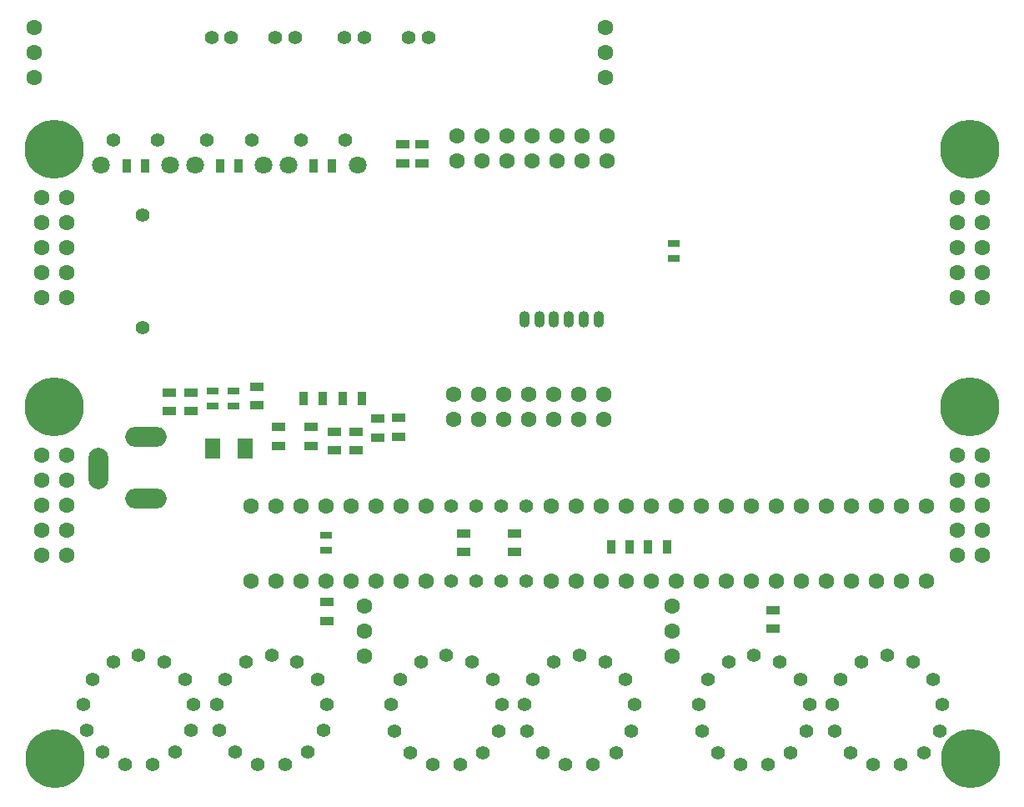
<source format=gbs>
G04 (created by PCBNEW (2013-07-07 BZR 4022)-stable) date 2014/09/07 1:12:15*
%MOIN*%
G04 Gerber Fmt 3.4, Leading zero omitted, Abs format*
%FSLAX34Y34*%
G01*
G70*
G90*
G04 APERTURE LIST*
%ADD10C,0.00590551*%
%ADD11C,0.0629921*%
%ADD12O,0.0787402X0.165354*%
%ADD13O,0.165354X0.0787402*%
%ADD14R,0.06X0.08*%
%ADD15R,0.055X0.035*%
%ADD16R,0.035X0.055*%
%ADD17R,0.045X0.025*%
%ADD18C,0.0551181*%
%ADD19O,0.0433071X0.0669291*%
%ADD20C,0.055*%
%ADD21C,0.23622*%
%ADD22C,0.0708661*%
G04 APERTURE END LIST*
G54D10*
G54D11*
X65935Y-44048D03*
X64935Y-44048D03*
X63935Y-44048D03*
X62935Y-44048D03*
X61935Y-44048D03*
X60935Y-44048D03*
X59935Y-44048D03*
X58935Y-44048D03*
X58935Y-47048D03*
X59935Y-47048D03*
X60935Y-47048D03*
X61935Y-47048D03*
X62935Y-47048D03*
X63935Y-47048D03*
X64935Y-47048D03*
X65935Y-47048D03*
G54D12*
X40826Y-42559D03*
G54D13*
X42716Y-41279D03*
X42716Y-43740D03*
G54D14*
X45412Y-41732D03*
X46712Y-41732D03*
G54D15*
X67795Y-48957D03*
X67795Y-48207D03*
X51988Y-41300D03*
X51988Y-40550D03*
X47165Y-40020D03*
X47165Y-39270D03*
X43661Y-39506D03*
X43661Y-40256D03*
X51141Y-41831D03*
X51141Y-41081D03*
X50275Y-41831D03*
X50275Y-41081D03*
X48031Y-40884D03*
X48031Y-41634D03*
G54D16*
X51359Y-39763D03*
X50609Y-39763D03*
G54D15*
X49960Y-48642D03*
X49960Y-47892D03*
X53001Y-29585D03*
X53001Y-30335D03*
X53750Y-29585D03*
X53750Y-30335D03*
G54D16*
X62804Y-45688D03*
X63554Y-45688D03*
X41947Y-30433D03*
X42697Y-30433D03*
G54D15*
X55431Y-45888D03*
X55431Y-45138D03*
X57478Y-45888D03*
X57478Y-45138D03*
G54D16*
X45687Y-30433D03*
X46437Y-30433D03*
X49428Y-30433D03*
X50178Y-30433D03*
X62077Y-45688D03*
X61327Y-45688D03*
X49034Y-39763D03*
X49784Y-39763D03*
G54D17*
X46220Y-40063D03*
X46220Y-39463D03*
X45393Y-40063D03*
X45393Y-39463D03*
X49919Y-45213D03*
X49919Y-45813D03*
X63821Y-34155D03*
X63821Y-33555D03*
G54D18*
X47755Y-50000D03*
X48307Y-54370D03*
X49212Y-53897D03*
X49842Y-53031D03*
X49960Y-51968D03*
X49606Y-50984D03*
X48779Y-50275D03*
X46732Y-50275D03*
X45905Y-50984D03*
X45551Y-51968D03*
X45669Y-53031D03*
X46299Y-53897D03*
X47204Y-54370D03*
X42440Y-50000D03*
X42992Y-54370D03*
X43897Y-53897D03*
X44527Y-53031D03*
X44645Y-51968D03*
X44291Y-50984D03*
X43464Y-50275D03*
X41417Y-50275D03*
X40590Y-50984D03*
X40236Y-51968D03*
X40354Y-53031D03*
X40984Y-53897D03*
X41889Y-54370D03*
X54742Y-50001D03*
X55293Y-54371D03*
X56199Y-53899D03*
X56829Y-53033D03*
X56947Y-51970D03*
X56592Y-50985D03*
X55766Y-50277D03*
X53718Y-50277D03*
X52892Y-50985D03*
X52537Y-51970D03*
X52655Y-53033D03*
X53285Y-53899D03*
X54191Y-54371D03*
X60057Y-50001D03*
X60608Y-54371D03*
X61514Y-53899D03*
X62144Y-53033D03*
X62262Y-51970D03*
X61907Y-50985D03*
X61081Y-50277D03*
X59033Y-50277D03*
X58207Y-50985D03*
X57852Y-51970D03*
X57970Y-53033D03*
X58600Y-53899D03*
X59506Y-54371D03*
X67045Y-50001D03*
X67596Y-54371D03*
X68502Y-53899D03*
X69132Y-53033D03*
X69250Y-51970D03*
X68896Y-50985D03*
X68069Y-50277D03*
X66022Y-50277D03*
X65195Y-50985D03*
X64840Y-51970D03*
X64959Y-53033D03*
X65588Y-53899D03*
X66494Y-54371D03*
X72360Y-50001D03*
X72911Y-54371D03*
X73817Y-53899D03*
X74447Y-53033D03*
X74565Y-51970D03*
X74211Y-50985D03*
X73384Y-50277D03*
X71337Y-50277D03*
X70510Y-50985D03*
X70155Y-51970D03*
X70274Y-53033D03*
X70903Y-53899D03*
X71809Y-54371D03*
X45354Y-25314D03*
X46141Y-25314D03*
X47913Y-25314D03*
X48700Y-25314D03*
X54015Y-25314D03*
X53228Y-25314D03*
X51456Y-25314D03*
X50669Y-25314D03*
X42608Y-36929D03*
X42608Y-32401D03*
G54D19*
X60816Y-36594D03*
X60226Y-36594D03*
X59635Y-36594D03*
X59045Y-36594D03*
X58454Y-36594D03*
X57864Y-36594D03*
G54D11*
X61102Y-26905D03*
X61102Y-25905D03*
X61102Y-24905D03*
X51456Y-50055D03*
X51456Y-49055D03*
X51456Y-48055D03*
X38267Y-26905D03*
X38267Y-25905D03*
X38267Y-24905D03*
X63779Y-50055D03*
X63779Y-49055D03*
X63779Y-48055D03*
G54D20*
X55935Y-44048D03*
X54935Y-44048D03*
X54935Y-47048D03*
X55935Y-47048D03*
X57935Y-44048D03*
X56935Y-44048D03*
X56935Y-47048D03*
X57935Y-47048D03*
G54D11*
X75167Y-31702D03*
X75167Y-32702D03*
X75167Y-33702D03*
X75167Y-34702D03*
X75167Y-35702D03*
X76167Y-35702D03*
X76167Y-34702D03*
X76167Y-33702D03*
X76167Y-32702D03*
X76167Y-31702D03*
X38553Y-31702D03*
X38553Y-32702D03*
X38553Y-33702D03*
X38553Y-34702D03*
X38553Y-35702D03*
X39553Y-35702D03*
X39553Y-34702D03*
X39553Y-33702D03*
X39553Y-32702D03*
X39553Y-31702D03*
X75167Y-42017D03*
X75167Y-43017D03*
X75167Y-44017D03*
X75167Y-45017D03*
X75167Y-46017D03*
X76167Y-46017D03*
X76167Y-45017D03*
X76167Y-44017D03*
X76167Y-43017D03*
X76167Y-42017D03*
X38553Y-42017D03*
X38553Y-43017D03*
X38553Y-44017D03*
X38553Y-45017D03*
X38553Y-46017D03*
X39553Y-46017D03*
X39553Y-45017D03*
X39553Y-44017D03*
X39553Y-43017D03*
X39553Y-42017D03*
X53935Y-44048D03*
X52935Y-44048D03*
X51935Y-44048D03*
X50935Y-44048D03*
X49935Y-44048D03*
X48935Y-44048D03*
X47935Y-44048D03*
X46935Y-44048D03*
X46935Y-47048D03*
X47935Y-47048D03*
X48935Y-47048D03*
X49935Y-47048D03*
X50935Y-47048D03*
X51935Y-47048D03*
X52935Y-47048D03*
X53935Y-47048D03*
X73935Y-44048D03*
X72935Y-44048D03*
X71935Y-44048D03*
X70935Y-44048D03*
X69935Y-44048D03*
X68935Y-44048D03*
X67935Y-44048D03*
X66935Y-44048D03*
X66935Y-47048D03*
X67935Y-47048D03*
X68935Y-47048D03*
X69935Y-47048D03*
X70935Y-47048D03*
X71935Y-47048D03*
X72935Y-47048D03*
X73935Y-47048D03*
G54D21*
X75689Y-54132D03*
X75667Y-29765D03*
X39053Y-29765D03*
X39089Y-54132D03*
X39053Y-40080D03*
X75667Y-40080D03*
G54D18*
X43208Y-29429D03*
X41437Y-29429D03*
G54D22*
X40944Y-30413D03*
X43700Y-30413D03*
G54D18*
X46948Y-29429D03*
X45177Y-29429D03*
G54D22*
X44685Y-30413D03*
X47440Y-30413D03*
G54D18*
X50688Y-29429D03*
X48917Y-29429D03*
G54D22*
X48425Y-30413D03*
X51181Y-30413D03*
G54D15*
X52834Y-40530D03*
X52834Y-41280D03*
X44527Y-40256D03*
X44527Y-39506D03*
X49330Y-40884D03*
X49330Y-41634D03*
G54D11*
X55159Y-30263D03*
X56159Y-30263D03*
X57159Y-30263D03*
X58159Y-30263D03*
X59159Y-30263D03*
X60159Y-30263D03*
X61159Y-30263D03*
X61159Y-29263D03*
X60159Y-29263D03*
X59159Y-29263D03*
X58159Y-29263D03*
X57159Y-29263D03*
X56159Y-29263D03*
X55159Y-29263D03*
X55041Y-40578D03*
X56041Y-40578D03*
X57041Y-40578D03*
X58041Y-40578D03*
X59041Y-40578D03*
X60041Y-40578D03*
X61041Y-40578D03*
X61041Y-39578D03*
X60041Y-39578D03*
X59041Y-39578D03*
X58041Y-39578D03*
X57041Y-39578D03*
X56041Y-39578D03*
X55041Y-39578D03*
M02*

</source>
